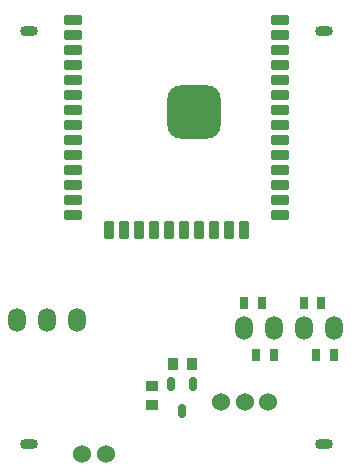
<source format=gbr>
G04*
G04 #@! TF.GenerationSoftware,Altium Limited,Altium Designer,22.4.2 (48)*
G04*
G04 Layer_Color=255*
%FSLAX44Y44*%
%MOMM*%
G71*
G04*
G04 #@! TF.SameCoordinates,805B4EF3-34EF-46CF-B3EC-FB7C4EB053B5*
G04*
G04*
G04 #@! TF.FilePolarity,Positive*
G04*
G01*
G75*
G04:AMPARAMS|DCode=18|XSize=4.5mm|YSize=4.5mm|CornerRadius=1.125mm|HoleSize=0mm|Usage=FLASHONLY|Rotation=0.000|XOffset=0mm|YOffset=0mm|HoleType=Round|Shape=RoundedRectangle|*
%AMROUNDEDRECTD18*
21,1,4.5000,2.2500,0,0,0.0*
21,1,2.2500,4.5000,0,0,0.0*
1,1,2.2500,1.1250,-1.1250*
1,1,2.2500,-1.1250,-1.1250*
1,1,2.2500,-1.1250,1.1250*
1,1,2.2500,1.1250,1.1250*
%
%ADD18ROUNDEDRECTD18*%
%ADD21R,0.9500X1.0000*%
%ADD22R,1.0000X0.9500*%
%ADD24R,0.7500X1.0000*%
%ADD41C,1.0000*%
%ADD42C,1.5240*%
%ADD43O,1.5000X2.0000*%
%ADD44O,1.5000X0.9000*%
G04:AMPARAMS|DCode=47|XSize=1.5mm|YSize=0.9mm|CornerRadius=0.225mm|HoleSize=0mm|Usage=FLASHONLY|Rotation=0.000|XOffset=0mm|YOffset=0mm|HoleType=Round|Shape=RoundedRectangle|*
%AMROUNDEDRECTD47*
21,1,1.5000,0.4500,0,0,0.0*
21,1,1.0500,0.9000,0,0,0.0*
1,1,0.4500,0.5250,-0.2250*
1,1,0.4500,-0.5250,-0.2250*
1,1,0.4500,-0.5250,0.2250*
1,1,0.4500,0.5250,0.2250*
%
%ADD47ROUNDEDRECTD47*%
G04:AMPARAMS|DCode=48|XSize=1.5mm|YSize=0.9mm|CornerRadius=0.225mm|HoleSize=0mm|Usage=FLASHONLY|Rotation=90.000|XOffset=0mm|YOffset=0mm|HoleType=Round|Shape=RoundedRectangle|*
%AMROUNDEDRECTD48*
21,1,1.5000,0.4500,0,0,90.0*
21,1,1.0500,0.9000,0,0,90.0*
1,1,0.4500,0.2250,0.5250*
1,1,0.4500,0.2250,-0.5250*
1,1,0.4500,-0.2250,-0.5250*
1,1,0.4500,-0.2250,0.5250*
%
%ADD48ROUNDEDRECTD48*%
G04:AMPARAMS|DCode=49|XSize=1.15mm|YSize=0.6mm|CornerRadius=0.15mm|HoleSize=0mm|Usage=FLASHONLY|Rotation=270.000|XOffset=0mm|YOffset=0mm|HoleType=Round|Shape=RoundedRectangle|*
%AMROUNDEDRECTD49*
21,1,1.1500,0.3000,0,0,270.0*
21,1,0.8500,0.6000,0,0,270.0*
1,1,0.3000,-0.1500,-0.4250*
1,1,0.3000,-0.1500,0.4250*
1,1,0.3000,0.1500,0.4250*
1,1,0.3000,0.1500,-0.4250*
%
%ADD49ROUNDEDRECTD49*%
D18*
X165000Y306600D02*
D03*
D21*
X162940Y92710D02*
D03*
X146940D02*
D03*
D22*
X129540Y58040D02*
D03*
Y74040D02*
D03*
D24*
X283210Y100330D02*
D03*
X268210D02*
D03*
X222130Y144780D02*
D03*
X207130D02*
D03*
X217410Y100330D02*
D03*
X232410D02*
D03*
X272810Y144780D02*
D03*
X257810D02*
D03*
D41*
X165000Y306600D02*
D03*
Y291600D02*
D03*
Y321670D02*
D03*
X150000Y306600D02*
D03*
X180000D02*
D03*
Y291600D02*
D03*
X150000D02*
D03*
Y321670D02*
D03*
X180000D02*
D03*
D42*
X70000Y17000D02*
D03*
X90000D02*
D03*
X227960Y60960D02*
D03*
X207960D02*
D03*
X187960D02*
D03*
D43*
X40640Y130000D02*
D03*
X66040D02*
D03*
X15240D02*
D03*
X207010Y123190D02*
D03*
X257810D02*
D03*
X232410D02*
D03*
X283210D02*
D03*
D44*
X25000Y25000D02*
D03*
X275000Y375000D02*
D03*
X25000D02*
D03*
X275000Y25000D02*
D03*
D47*
X62500Y383800D02*
D03*
Y371100D02*
D03*
Y358400D02*
D03*
Y345700D02*
D03*
Y333000D02*
D03*
Y320300D02*
D03*
Y307600D02*
D03*
Y294900D02*
D03*
Y282200D02*
D03*
Y269500D02*
D03*
Y256800D02*
D03*
Y244100D02*
D03*
Y231400D02*
D03*
Y218700D02*
D03*
X237500D02*
D03*
Y231400D02*
D03*
Y244100D02*
D03*
Y256800D02*
D03*
Y269500D02*
D03*
Y282200D02*
D03*
Y294900D02*
D03*
Y307600D02*
D03*
Y320300D02*
D03*
Y333000D02*
D03*
Y345700D02*
D03*
Y358400D02*
D03*
Y371100D02*
D03*
Y383800D02*
D03*
D48*
X143600Y206200D02*
D03*
X92800D02*
D03*
X105500D02*
D03*
X118200D02*
D03*
X130900D02*
D03*
X156300D02*
D03*
X169000D02*
D03*
X181700D02*
D03*
X194400D02*
D03*
X207100D02*
D03*
D49*
X154940Y53266D02*
D03*
X164440Y76266D02*
D03*
X145440D02*
D03*
M02*

</source>
